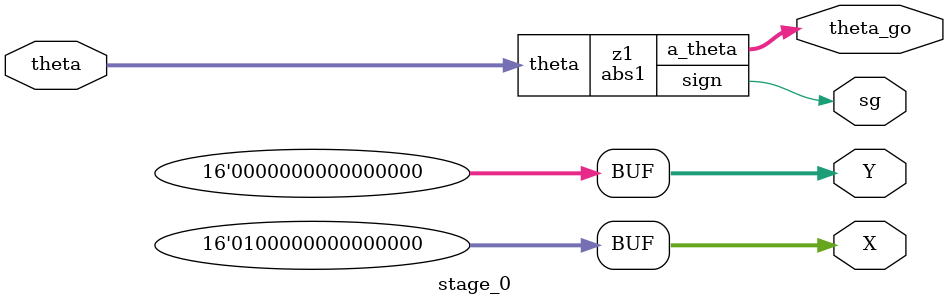
<source format=v>

`timescale 1ns / 1ps


module flow(
    input clk,
    input [15:0] theta_in,
    output reg [15:0] cosh_r,
    output reg [15:0] sinh_r
    );


   
    wire [15:0] X0,Y0;
   
    wire [15:0] X1, Y1, X2, Y2, X3, Y3;
    wire [15:0] theta0, theta1, theta2, theta3;
//    wire [15:0] theta1, theta2, theta3;
    wire [15:0] cosh, sinh;
    
    reg [15:0] X0_r, Y0_r;
    reg [15:0] X1_r, Y1_r, X2_r, Y2_r, X3_r, Y3_r;
    reg [15:0] theta0_r, theta1_r, theta2_r, theta3_r;
      
      //wire [15:0]t_abs;
      //wire s_bit;
      
      //abs1 inst(theta0,t_abs, s_bit);
      wire sg;
      
      (*DONT_TOUCH = "YES"*)stage_0 s0(theta_in, theta0, sg, X0, Y0);
      
      (*DONT_TOUCH = "YES"*)stage_1 s1(X0_r, Y0_r, theta0_r, X1, Y1, theta1);
      
      (*DONT_TOUCH = "YES"*)stage_2 s2(X1_r, Y1_r, theta1_r, X2, Y2, theta2);

     (*DONT_TOUCH = "YES"*) stage_3 s3(X2_r, Y2_r, theta2_r, X3, Y3, theta3);
      
      (*DONT_TOUCH = "YES"*)stage_4 s4(X3_r, Y3_r, theta3_r, sg ,cosh, sinh);

      
      always@(posedge clk)
      begin
      
        
//         Y0 <= 16'b0;
//         X0 <= 16'b0100000000000000;
        
         theta0_r <= theta0;
         theta1_r <= theta1;
         theta2_r <= theta2;
         theta3_r <= theta3;
        
        // X0 <= a[15:0];
         X0_r <= X0;
         X1_r <= X1;
         X2_r <= X2;
         X3_r <= X3;
            
      // Y0 <= a[31:16];
       Y0_r <= Y0;      
       Y1_r <= Y1;
       Y2_r <= Y2;
       Y3_r <= Y3;
       
       cosh_r <= cosh;
       sinh_r <= sinh;
      
      end
      
      
   
endmodule





//stage 1

module stage_1(
      input [15:0] X0, Y0, t0,
      output reg [15:0] X1, Y1, t1);

      wire [15:0] t_abs;
      wire s_bit;
      
      wire [15:0] xs, xc, ys, yc;
      
      
      (*DONT_TOUCH = "YES"*) abs1 inst1 (t0, t_abs, s_bit);
      (*DONT_TOUCH = "YES"*) shift_1 inst2  (X0,Y0,xc,ys);
      (*DONT_TOUCH = "YES"*) shift_1 inst3 (Y0,X0,yc,xs);
      
      
      //wire [15:0] xs_c,ys_c;
      //two_c inst_c1(xs,ys,xs_c,ys_c);
      
      
      
      always@(*)begin
            if(t_abs <=16'b0001000000000000)
            begin
                  X1 = X0;
                  Y1 = Y0;
                  t1 = t0;    
            end
            else
            begin
                 X1 = (s_bit) ? xc-ys : xc+ys ;
                 //X1 = xc+ys;
                 Y1 = (s_bit) ? yc-xs : yc+xs ;
                 t1 = (s_bit) ? t0 +16'b0010000000000000 : t0 - 16'b0010000000000000 ;
            end
            
            
            
      end

endmodule



// stage 2

module stage_2(
      input [15:0]X,Y,t,
      output reg [15:0] Xn, Yn, tn);
      
      wire [15:0] t_abs;
      wire s_bit;
      
      (*DONT_TOUCH = "YES"*) abs1 inst4(t,t_abs,s_bit);
      
      wire [15:0] xc,ys, yc, xs;
      
      (*DONT_TOUCH = "YES"*) shift_2 inst5(X,Y,t_abs,xc,ys);
      (*DONT_TOUCH = "YES"*) shift_2 inst6(Y,X,t_abs,yc,xs);
      
      
      //wire [15:0] xs_c,ys_c;
      //two_c inst_c2(xs,ys,xs_c,ys_c);
      
      
      always@(*)begin
            if(t_abs <= 16'b0000010000000000)
            begin
                  Xn = X;
                  Yn = Y;
                  tn = t;
                  
            end
            else
            begin
            
                  Xn = (s_bit)? (xc-ys) : (xc+ys) ;
                  //Xn = xc + ys;
                  Yn = (s_bit)? (yc-xs) : (yc+xs) ;
                  
                  if (t_abs > 16'b0000110000000000)
                  begin
                        tn = (s_bit) ? (t+16'b0001000000000000) : (t-16'b0001000000000000) ;
                  end
                  else
                  begin
                        tn = (s_bit) ? (t+16'b0000100000000000) : (t-16'b0000100000000000) ;
                  end
                  
            end
      end
      
      
endmodule

// stage 3

module stage_3(
      input [15:0]X,Y,t,
      output reg [15:0] Xn, Yn, tn);
      
      wire [15:0] t_abs;
      wire s_bit;
      
      (*DONT_TOUCH = "YES"*) abs1 inst7(t,t_abs,s_bit);
      
      wire [15:0] xc,ys, yc, xs;
      
      (*DONT_TOUCH = "YES"*) shift_3 inst8(X,Y,t_abs,xc,ys);
      (*DONT_TOUCH = "YES"*) shift_3 inst9(Y,X,t_abs,yc,xs);
      
      //wire [15:0] xs_c,ys_c;
      //two_c inst_c3(xs,ys,xs_c,ys_c);
      
      
      always@(*)begin
            if(t_abs <= 16'b0000000100000000)
            begin
                  Xn = X;
                  Yn = Y;
                  tn = t;
                  
            end
            else
            begin
            
                  Xn = (s_bit)? (xc-ys) : (xc+ys) ;
                  //Xn = xc+ys;
                  Yn = (s_bit)? (yc-xs) : (yc+xs) ;
                  
                  if (t_abs > 16'b0000001100000000)
                  begin
                        tn = (s_bit) ? (t+16'b0000010000000000) : (t-16'b0000010000000000) ;
                  end
                  else
                  begin
                        tn = (s_bit) ? (t+16'b0000001000000000) : (t-16'b0000001000000000) ;
                  end
                  
            end
      end
      
      
endmodule


//// stage 4

// stage 4




module stage_4(
      input [15:0] X,Y,t,
      input sg,
      output [15:0] Xn, Yn);
      
      wire [15:0] t_abs;
      wire s_bit;
      
      //wire [3:0] kc;
      
      (*DONT_TOUCH = "YES"*)abs1 inst10(t,t_abs,s_bit);
      
      //assign kc = 4'b0001;  
      //assign ks = 4'b0001;
      
      wire [15:0] X_sh, Y_sh;
      
      assign X_sh = (X>>7);
      assign Y_sh = (Y>>>7);
      
      wire [15:0] Yn_t;
      
      assign Xn = (s_bit) ? (X + (X>>13) -Y_sh) : (X + (X>>13) +Y_sh) ;
      assign Yn_t = (s_bit) ? (Y + (Y>>>13) -X_sh) : (Y + (Y>>>13) +X_sh) ; //Yn_t
      
      //to determine residual error
//    wire [15:0] r_an;
//    assign r_an = (s_bit)? (t + 16'b0000000010000000) : (t - 16'b0000000010000000);

      assign Yn = (sg) ? ((~Yn_t) + 1'b1) : Yn_t ;
      
      
endmodule


// shift 1

module shift_1 (
      input [15:0] x,y,
      output [15:0] xs, ys);
      
    

      assign ys = (y>>>1) + (y>>>6) + (y>>>8) + (y>>>10) + (y>>>11);
      
      

   
      assign xs = (x) + (x>>3) + (x>>9) + (x>>11) + (x>>13) + (x>>15);
      
endmodule

// shift 2

module shift_2(
      input [15:0] x,y,
      input [15:0] t_abs,
      output [15:0] sx,sy);
      
      
    
      wire [15:0] sx_1, sx_2;
      
      assign sx_1 = (x) + (x>>5) + (x>>13) + (x>>15);
      assign sx_2 = (x) + (x>>7);
      
      assign sx = (t_abs  > 16'b0000110000000000) ? sx_1 : sx_2;
      
      
      wire [15:0] sy_1, sy_2;
      
      assign sy_1 = (y>>>2) + (y>>>9) + (y>>>11) + (y>>>13) + (y>>>15);
      assign sy_2 = (y>>>3) + (y>>>12) + (y>>>14);
      
      assign sy = (t_abs  > 16'b0000110000000000) ? sy_1 : sy_2;
      
endmodule

// shift 3

module shift_3(
      input[15:0]x,y,
      input [15:0] t_abs,
      output [15:0] sx,sy);

            
    
      wire [15:0] sx_1, sx_2;
      
      assign sx_1 = (x) + (x>>9);
      assign sx_2 = (x) + (x>>11);
      
      assign sx = (t_abs  > 16'b0000001100000000) ? sx_1 : sx_2;
      
      //sinh
      
      //assign sy = (t_abs > 16'b0000001100000000)?(y>>4):(y>>5);
      
      wire [15:0] sy_1, sy_2;
      
      assign sy_1 = (y>>>4) + (y>>>15);
      assign sy_2 = (y>>>5);
      
      assign sy = (t_abs  > 16'b0000001100000000) ? sy_1 : sy_2;
      
endmodule

// absolute value

module abs1(
      input [15:0] theta,
      output [15:0] a_theta,
      output sign);
      

      
      wire [15:0] sign_16;
      wire [15:0] sign_1;
      assign sign = theta[15];

    //wire [14:0] sign_15;    
      //assign sign_15 = {15{theta[15]}};
      
      
      assign sign_16 = {16{theta[15]}};
      assign sign_1 = {15'b0 , theta[15]};
      
      assign a_theta = (theta^sign_16) + sign_1;
      
      
      
      //assign a_theta = {1'b0, (theta[14:0]^sign_15)} + sign_1 ;
      
endmodule


module stage_0 ( input [15:0] theta,
                output[15:0] theta_go,
                output sg,
                output [15:0] X,Y
);

    (*DONT_TOUCH = "YES"*) abs1 z1(theta, theta_go,sg);
    
  
    assign X = 16'b0100000000000000;
    assign Y = 16'b0000000000000000;
    
endmodule


</source>
